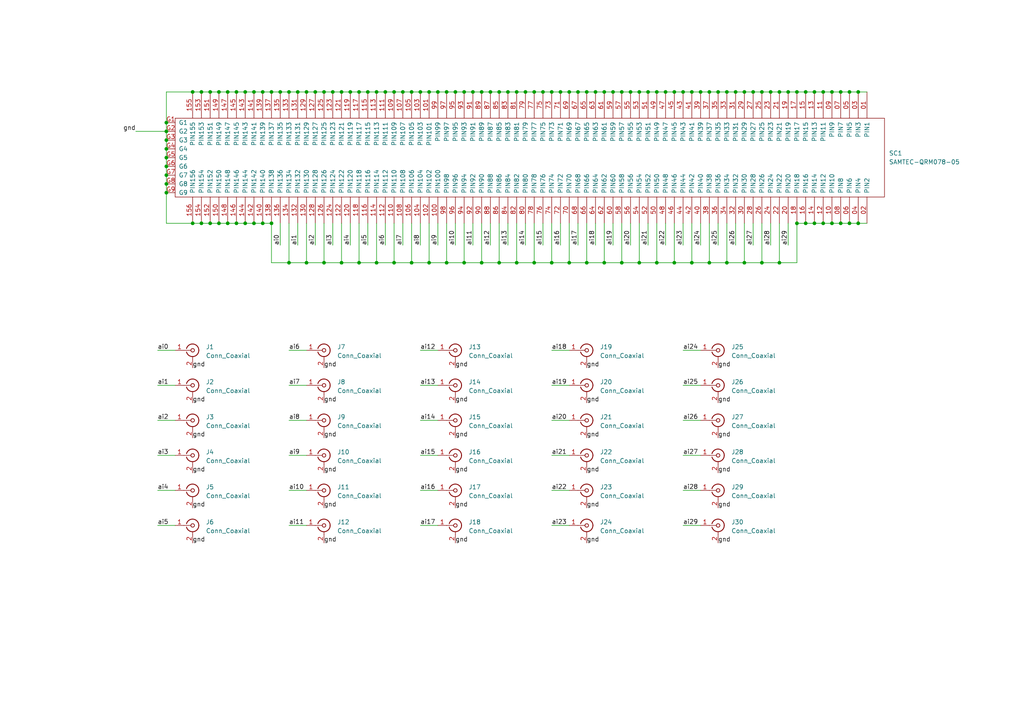
<source format=kicad_sch>
(kicad_sch (version 20230121) (generator eeschema)
  (paper "A4")
  (lib_symbols
    (symbol "Connector:Conn_Coaxial" (pin_names (offset 1.016) hide)
      (property "Reference" "J" (at 0.254 3.048 0))
      (property "Value" "Conn_Coaxial" (at 2.921 0 90))
      (symbol "Conn_Coaxial_0_1"
        (arc (start -1.778 -0.508) (mid 0.2311 -1.8066) (end 1.778 0) (stroke (width 0.254)))
        (polyline (pts (xy -2.54 0) (xy -0.508 0)))
        (polyline (pts (xy 0 -2.54) (xy 0 -1.778)))
        (circle (center 0 0) (radius 0.508) (stroke (width 0.2032)))
        (arc (start 1.778 0) (mid 0.2099 1.8101) (end -1.778 0.508) (stroke (width 0.254)))
      )
      (symbol "Conn_Coaxial_1_1"
        (pin passive line (at -5.08 0 0) (length 2.54) (name "In") (number "1"))
        (pin passive line (at 0 -5.08 90) (length 2.54) (name "Ext") (number "2"))
      )
    )
    (symbol "samtec-qrm078-05:SAMTEC-QRM078-05" (pin_names (offset 1.016))
      (property "Reference" "SC" (at 0 -5.08 0))
      (property "Value" "SAMTEC-QRM078-05" (at 0 2.54 0))
      (symbol "SAMTEC-QRM078-05_1_0"
        (rectangle (start -11.43 -102.87) (end 11.43 102.87))
      )
      (symbol "SAMTEC-QRM078-05_1_1"
        (pin input line (at -19.05 97.79 0) (length 7.62) (name "PIN1") (number "01"))
        (pin input line (at 19.05 97.79 180) (length 7.62) (name "PIN2") (number "02"))
        (pin input line (at -19.05 95.25 0) (length 7.62) (name "PIN3") (number "03"))
        (pin input line (at 19.05 95.25 180) (length 7.62) (name "PIN4") (number "04"))
        (pin input line (at -19.05 92.71 0) (length 7.62) (name "PIN5") (number "05"))
        (pin input line (at 19.05 92.71 180) (length 7.62) (name "PIN6") (number "06"))
        (pin input line (at -19.05 90.17 0) (length 7.62) (name "PIN7") (number "07"))
        (pin input line (at 19.05 90.17 180) (length 7.62) (name "PIN8") (number "08"))
        (pin input line (at -19.05 87.63 0) (length 7.62) (name "PIN9") (number "09"))
        (pin input line (at 19.05 87.63 180) (length 7.62) (name "PIN10") (number "10"))
        (pin input line (at 19.05 -26.67 180) (length 7.62) (name "PIN100") (number "100"))
        (pin input line (at -19.05 -29.21 0) (length 7.62) (name "PIN101") (number "101"))
        (pin input line (at 19.05 -29.21 180) (length 7.62) (name "PIN102") (number "102"))
        (pin input line (at -19.05 -31.75 0) (length 7.62) (name "PIN103") (number "103"))
        (pin input line (at 19.05 -31.75 180) (length 7.62) (name "PIN104") (number "104"))
        (pin input line (at -19.05 -34.29 0) (length 7.62) (name "PIN105") (number "105"))
        (pin input line (at 19.05 -34.29 180) (length 7.62) (name "PIN106") (number "106"))
        (pin input line (at -19.05 -36.83 0) (length 7.62) (name "PIN107") (number "107"))
        (pin input line (at 19.05 -36.83 180) (length 7.62) (name "PIN108") (number "108"))
        (pin input line (at -19.05 -39.37 0) (length 7.62) (name "PIN109") (number "109"))
        (pin input line (at -19.05 85.09 0) (length 7.62) (name "PIN11") (number "11"))
        (pin input line (at 19.05 -39.37 180) (length 7.62) (name "PIN110") (number "110"))
        (pin input line (at -19.05 -41.91 0) (length 7.62) (name "PIN111") (number "111"))
        (pin input line (at 19.05 -41.91 180) (length 7.62) (name "PIN112") (number "112"))
        (pin input line (at -19.05 -44.45 0) (length 7.62) (name "PIN113") (number "113"))
        (pin input line (at 19.05 -44.45 180) (length 7.62) (name "PIN114") (number "114"))
        (pin input line (at -19.05 -46.99 0) (length 7.62) (name "PIN115") (number "115"))
        (pin input line (at 19.05 -46.99 180) (length 7.62) (name "PIN116") (number "116"))
        (pin input line (at -19.05 -49.53 0) (length 7.62) (name "PIN117") (number "117"))
        (pin input line (at 19.05 -49.53 180) (length 7.62) (name "PIN118") (number "118"))
        (pin input line (at -19.05 -52.07 0) (length 7.62) (name "PIN119") (number "119"))
        (pin input line (at 19.05 85.09 180) (length 7.62) (name "PIN12") (number "12"))
        (pin input line (at 19.05 -52.07 180) (length 7.62) (name "PIN120") (number "120"))
        (pin input line (at -19.05 -54.61 0) (length 7.62) (name "PIN121") (number "121"))
        (pin input line (at 19.05 -54.61 180) (length 7.62) (name "PIN122") (number "122"))
        (pin input line (at -19.05 -57.15 0) (length 7.62) (name "PIN123") (number "123"))
        (pin input line (at 19.05 -57.15 180) (length 7.62) (name "PIN124") (number "124"))
        (pin input line (at -19.05 -59.69 0) (length 7.62) (name "PIN125") (number "125"))
        (pin input line (at 19.05 -59.69 180) (length 7.62) (name "PIN126") (number "126"))
        (pin input line (at -19.05 -62.23 0) (length 7.62) (name "PIN127") (number "127"))
        (pin input line (at 19.05 -62.23 180) (length 7.62) (name "PIN128") (number "128"))
        (pin input line (at -19.05 -64.77 0) (length 7.62) (name "PIN129") (number "129"))
        (pin input line (at -19.05 82.55 0) (length 7.62) (name "PIN13") (number "13"))
        (pin input line (at 19.05 -64.77 180) (length 7.62) (name "PIN130") (number "130"))
        (pin input line (at -19.05 -67.31 0) (length 7.62) (name "PIN131") (number "131"))
        (pin input line (at 19.05 -67.31 180) (length 7.62) (name "PIN132") (number "132"))
        (pin input line (at -19.05 -69.85 0) (length 7.62) (name "PIN133") (number "133"))
        (pin input line (at 19.05 -69.85 180) (length 7.62) (name "PIN134") (number "134"))
        (pin input line (at -19.05 -72.39 0) (length 7.62) (name "PIN135") (number "135"))
        (pin input line (at 19.05 -72.39 180) (length 7.62) (name "PIN136") (number "136"))
        (pin input line (at -19.05 -74.93 0) (length 7.62) (name "PIN137") (number "137"))
        (pin input line (at 19.05 -74.93 180) (length 7.62) (name "PIN138") (number "138"))
        (pin input line (at -19.05 -77.47 0) (length 7.62) (name "PIN139") (number "139"))
        (pin input line (at 19.05 82.55 180) (length 7.62) (name "PIN14") (number "14"))
        (pin input line (at 19.05 -77.47 180) (length 7.62) (name "PIN140") (number "140"))
        (pin input line (at -19.05 -80.01 0) (length 7.62) (name "PIN141") (number "141"))
        (pin input line (at 19.05 -80.01 180) (length 7.62) (name "PIN142") (number "142"))
        (pin input line (at -19.05 -82.55 0) (length 7.62) (name "PIN143") (number "143"))
        (pin input line (at 19.05 -82.55 180) (length 7.62) (name "PIN144") (number "144"))
        (pin input line (at -19.05 -85.09 0) (length 7.62) (name "PIN145") (number "145"))
        (pin input line (at 19.05 -85.09 180) (length 7.62) (name "PIN146") (number "146"))
        (pin input line (at -19.05 -87.63 0) (length 7.62) (name "PIN147") (number "147"))
        (pin input line (at 19.05 -87.63 180) (length 7.62) (name "PIN148") (number "148"))
        (pin input line (at -19.05 -90.17 0) (length 7.62) (name "PIN149") (number "149"))
        (pin input line (at -19.05 80.01 0) (length 7.62) (name "PIN15") (number "15"))
        (pin input line (at 19.05 -90.17 180) (length 7.62) (name "PIN150") (number "150"))
        (pin input line (at -19.05 -92.71 0) (length 7.62) (name "PIN151") (number "151"))
        (pin input line (at 19.05 -92.71 180) (length 7.62) (name "PIN152") (number "152"))
        (pin input line (at -19.05 -95.25 0) (length 7.62) (name "PIN153") (number "153"))
        (pin input line (at 19.05 -95.25 180) (length 7.62) (name "PIN154") (number "154"))
        (pin input line (at -19.05 -97.79 0) (length 7.62) (name "PIN155") (number "155"))
        (pin input line (at 19.05 -97.79 180) (length 7.62) (name "PIN156") (number "156"))
        (pin input line (at 19.05 80.01 180) (length 7.62) (name "PIN16") (number "16"))
        (pin input line (at -19.05 77.47 0) (length 7.62) (name "PIN17") (number "17"))
        (pin input line (at 19.05 77.47 180) (length 7.62) (name "PIN18") (number "18"))
        (pin input line (at -19.05 74.93 0) (length 7.62) (name "PIN19") (number "19"))
        (pin input line (at 19.05 74.93 180) (length 7.62) (name "PIN20") (number "20"))
        (pin input line (at -19.05 72.39 0) (length 7.62) (name "PIN21") (number "21"))
        (pin input line (at 19.05 72.39 180) (length 7.62) (name "PIN22") (number "22"))
        (pin input line (at -19.05 69.85 0) (length 7.62) (name "PIN23") (number "23"))
        (pin input line (at 19.05 69.85 180) (length 7.62) (name "PIN24") (number "24"))
        (pin input line (at -19.05 67.31 0) (length 7.62) (name "PIN25") (number "25"))
        (pin input line (at 19.05 67.31 180) (length 7.62) (name "PIN26") (number "26"))
        (pin input line (at -19.05 64.77 0) (length 7.62) (name "PIN27") (number "27"))
        (pin input line (at 19.05 64.77 180) (length 7.62) (name "PIN28") (number "28"))
        (pin input line (at -19.05 62.23 0) (length 7.62) (name "PIN29") (number "29"))
        (pin input line (at 19.05 62.23 180) (length 7.62) (name "PIN30") (number "30"))
        (pin input line (at -19.05 59.69 0) (length 7.62) (name "PIN31") (number "31"))
        (pin input line (at 19.05 59.69 180) (length 7.62) (name "PIN32") (number "32"))
        (pin input line (at -19.05 57.15 0) (length 7.62) (name "PIN33") (number "33"))
        (pin input line (at 19.05 57.15 180) (length 7.62) (name "PIN34") (number "34"))
        (pin input line (at -19.05 54.61 0) (length 7.62) (name "PIN35") (number "35"))
        (pin input line (at 19.05 54.61 180) (length 7.62) (name "PIN36") (number "36"))
        (pin input line (at -19.05 52.07 0) (length 7.62) (name "PIN37") (number "37"))
        (pin input line (at 19.05 52.07 180) (length 7.62) (name "PIN38") (number "38"))
        (pin input line (at -19.05 49.53 0) (length 7.62) (name "PIN39") (number "39"))
        (pin input line (at 19.05 49.53 180) (length 7.62) (name "PIN40") (number "40"))
        (pin input line (at -19.05 46.99 0) (length 7.62) (name "PIN41") (number "41"))
        (pin input line (at 19.05 46.99 180) (length 7.62) (name "PIN42") (number "42"))
        (pin input line (at -19.05 44.45 0) (length 7.62) (name "PIN43") (number "43"))
        (pin input line (at 19.05 44.45 180) (length 7.62) (name "PIN44") (number "44"))
        (pin input line (at -19.05 41.91 0) (length 7.62) (name "PIN45") (number "45"))
        (pin input line (at 19.05 41.91 180) (length 7.62) (name "PIN46") (number "46"))
        (pin input line (at -19.05 39.37 0) (length 7.62) (name "PIN47") (number "47"))
        (pin input line (at 19.05 39.37 180) (length 7.62) (name "PIN48") (number "48"))
        (pin input line (at -19.05 36.83 0) (length 7.62) (name "PIN49") (number "49"))
        (pin input line (at 19.05 36.83 180) (length 7.62) (name "PIN50") (number "50"))
        (pin input line (at -19.05 34.29 0) (length 7.62) (name "PIN51") (number "51"))
        (pin input line (at 19.05 34.29 180) (length 7.62) (name "PIN52") (number "52"))
        (pin input line (at -19.05 31.75 0) (length 7.62) (name "PIN53") (number "53"))
        (pin input line (at 19.05 31.75 180) (length 7.62) (name "PIN54") (number "54"))
        (pin input line (at -19.05 29.21 0) (length 7.62) (name "PIN55") (number "55"))
        (pin input line (at 19.05 29.21 180) (length 7.62) (name "PIN56") (number "56"))
        (pin input line (at -19.05 26.67 0) (length 7.62) (name "PIN57") (number "57"))
        (pin input line (at 19.05 26.67 180) (length 7.62) (name "PIN58") (number "58"))
        (pin input line (at -19.05 24.13 0) (length 7.62) (name "PIN59") (number "59"))
        (pin input line (at 19.05 24.13 180) (length 7.62) (name "PIN60") (number "60"))
        (pin input line (at -19.05 21.59 0) (length 7.62) (name "PIN61") (number "61"))
        (pin input line (at 19.05 21.59 180) (length 7.62) (name "PIN62") (number "62"))
        (pin input line (at -19.05 19.05 0) (length 7.62) (name "PIN63") (number "63"))
        (pin input line (at 19.05 19.05 180) (length 7.62) (name "PIN64") (number "64"))
        (pin input line (at -19.05 16.51 0) (length 7.62) (name "PIN65") (number "65"))
        (pin input line (at 19.05 16.51 180) (length 7.62) (name "PIN66") (number "66"))
        (pin input line (at -19.05 13.97 0) (length 7.62) (name "PIN67") (number "67"))
        (pin input line (at 19.05 13.97 180) (length 7.62) (name "PIN68") (number "68"))
        (pin input line (at -19.05 11.43 0) (length 7.62) (name "PIN69") (number "69"))
        (pin input line (at 19.05 11.43 180) (length 7.62) (name "PIN70") (number "70"))
        (pin input line (at -19.05 8.89 0) (length 7.62) (name "PIN71") (number "71"))
        (pin input line (at 19.05 8.89 180) (length 7.62) (name "PIN72") (number "72"))
        (pin input line (at -19.05 6.35 0) (length 7.62) (name "PIN73") (number "73"))
        (pin input line (at 19.05 6.35 180) (length 7.62) (name "PIN74") (number "74"))
        (pin input line (at -19.05 3.81 0) (length 7.62) (name "PIN75") (number "75"))
        (pin input line (at 19.05 3.81 180) (length 7.62) (name "PIN76") (number "76"))
        (pin input line (at -19.05 1.27 0) (length 7.62) (name "PIN77") (number "77"))
        (pin input line (at 19.05 1.27 180) (length 7.62) (name "PIN78") (number "78"))
        (pin input line (at -19.05 -1.27 0) (length 7.62) (name "PIN79") (number "79"))
        (pin input line (at 19.05 -1.27 180) (length 7.62) (name "PIN80") (number "80"))
        (pin input line (at -19.05 -3.81 0) (length 7.62) (name "PIN81") (number "81"))
        (pin input line (at 19.05 -3.81 180) (length 7.62) (name "PIN82") (number "82"))
        (pin input line (at -19.05 -6.35 0) (length 7.62) (name "PIN83") (number "83"))
        (pin input line (at 19.05 -6.35 180) (length 7.62) (name "PIN84") (number "84"))
        (pin input line (at -19.05 -8.89 0) (length 7.62) (name "PIN85") (number "85"))
        (pin input line (at 19.05 -8.89 180) (length 7.62) (name "PIN86") (number "86"))
        (pin input line (at -19.05 -11.43 0) (length 7.62) (name "PIN87") (number "87"))
        (pin input line (at 19.05 -11.43 180) (length 7.62) (name "PIN88") (number "88"))
        (pin input line (at -19.05 -13.97 0) (length 7.62) (name "PIN89") (number "89"))
        (pin input line (at 19.05 -13.97 180) (length 7.62) (name "PIN90") (number "90"))
        (pin input line (at -19.05 -16.51 0) (length 7.62) (name "PIN91") (number "91"))
        (pin input line (at 19.05 -16.51 180) (length 7.62) (name "PIN92") (number "92"))
        (pin input line (at -19.05 -19.05 0) (length 7.62) (name "PIN93") (number "93"))
        (pin input line (at 19.05 -19.05 180) (length 7.62) (name "PIN94") (number "94"))
        (pin input line (at -19.05 -21.59 0) (length 7.62) (name "PIN95") (number "95"))
        (pin input line (at 19.05 -21.59 180) (length 7.62) (name "PIN96") (number "96"))
        (pin input line (at -19.05 -24.13 0) (length 7.62) (name "PIN97") (number "97"))
        (pin input line (at 19.05 -24.13 180) (length 7.62) (name "PIN98") (number "98"))
        (pin input line (at -19.05 -26.67 0) (length 7.62) (name "PIN99") (number "99"))
        (pin input line (at -10.16 -105.41 90) (length 2.54) (name "G1") (number "G1"))
        (pin input line (at -7.62 -105.41 90) (length 2.54) (name "G2") (number "G2"))
        (pin input line (at -5.08 -105.41 90) (length 2.54) (name "G3") (number "G3"))
        (pin input line (at -2.54 -105.41 90) (length 2.54) (name "G4") (number "G4"))
        (pin input line (at 0 -105.41 90) (length 2.54) (name "G5") (number "G5"))
        (pin input line (at 2.54 -105.41 90) (length 2.54) (name "G6") (number "G6"))
        (pin input line (at 5.08 -105.41 90) (length 2.54) (name "G7") (number "G7"))
        (pin input line (at 7.62 -105.41 90) (length 2.54) (name "G8") (number "G8"))
        (pin input line (at 10.16 -105.41 90) (length 2.54) (name "G9") (number "G9"))
      )
    )
  )
  (junction (at 60.96 26.67))
  (junction (at 238.76 26.67))
  (junction (at 71.12 26.67))
  (junction (at 48.26 40.64))
  (junction (at 187.96 26.67))
  (junction (at 116.84 26.67))
  (junction (at 142.24 26.67))
  (junction (at 185.42 26.67))
  (junction (at 170.18 26.67))
  (junction (at 226.06 76.2))
  (junction (at 86.36 26.67))
  (junction (at 182.88 26.67))
  (junction (at 93.98 76.2))
  (junction (at 48.26 43.18))
  (junction (at 195.58 26.67))
  (junction (at 124.46 26.67))
  (junction (at 193.04 26.67))
  (junction (at 233.68 26.67))
  (junction (at 48.26 53.34))
  (junction (at 223.52 26.67))
  (junction (at 180.34 76.2))
  (junction (at 210.82 76.2))
  (junction (at 165.1 26.67))
  (junction (at 48.26 45.72))
  (junction (at 177.8 26.67))
  (junction (at 220.98 76.2))
  (junction (at 68.58 26.67))
  (junction (at 172.72 26.67))
  (junction (at 233.68 64.77))
  (junction (at 76.2 64.77))
  (junction (at 96.52 26.67))
  (junction (at 246.38 64.77))
  (junction (at 81.28 26.67))
  (junction (at 137.16 26.67))
  (junction (at 109.22 26.67))
  (junction (at 78.74 26.67))
  (junction (at 55.88 26.67))
  (junction (at 71.12 64.77))
  (junction (at 149.86 76.2))
  (junction (at 147.32 26.67))
  (junction (at 48.26 48.26))
  (junction (at 162.56 26.67))
  (junction (at 63.5 26.67))
  (junction (at 231.14 64.77))
  (junction (at 99.06 26.67))
  (junction (at 218.44 26.67))
  (junction (at 76.2 26.67))
  (junction (at 48.26 35.56))
  (junction (at 241.3 64.77))
  (junction (at 119.38 26.67))
  (junction (at 152.4 26.67))
  (junction (at 198.12 26.67))
  (junction (at 48.26 38.1))
  (junction (at 149.86 26.67))
  (junction (at 114.3 26.67))
  (junction (at 73.66 26.67))
  (junction (at 58.42 26.67))
  (junction (at 144.78 76.2))
  (junction (at 139.7 26.67))
  (junction (at 55.88 64.77))
  (junction (at 220.98 26.67))
  (junction (at 83.82 26.67))
  (junction (at 175.26 26.67))
  (junction (at 185.42 76.2))
  (junction (at 127 26.67))
  (junction (at 195.58 76.2))
  (junction (at 243.84 64.77))
  (junction (at 124.46 76.2))
  (junction (at 101.6 26.67))
  (junction (at 215.9 76.2))
  (junction (at 63.5 64.77))
  (junction (at 129.54 26.67))
  (junction (at 236.22 64.77))
  (junction (at 246.38 26.67))
  (junction (at 144.78 26.67))
  (junction (at 248.92 64.77))
  (junction (at 165.1 76.2))
  (junction (at 48.26 50.8))
  (junction (at 180.34 26.67))
  (junction (at 190.5 26.67))
  (junction (at 226.06 26.67))
  (junction (at 157.48 26.67))
  (junction (at 190.5 76.2))
  (junction (at 205.74 76.2))
  (junction (at 109.22 76.2))
  (junction (at 175.26 76.2))
  (junction (at 160.02 76.2))
  (junction (at 132.08 26.67))
  (junction (at 78.74 64.77))
  (junction (at 104.14 26.67))
  (junction (at 68.58 64.77))
  (junction (at 170.18 76.2))
  (junction (at 210.82 26.67))
  (junction (at 119.38 76.2))
  (junction (at 88.9 76.2))
  (junction (at 215.9 26.67))
  (junction (at 129.54 76.2))
  (junction (at 200.66 76.2))
  (junction (at 134.62 76.2))
  (junction (at 73.66 64.77))
  (junction (at 160.02 26.67))
  (junction (at 99.06 76.2))
  (junction (at 167.64 26.67))
  (junction (at 111.76 26.67))
  (junction (at 60.96 64.77))
  (junction (at 106.68 26.67))
  (junction (at 238.76 64.77))
  (junction (at 121.92 26.67))
  (junction (at 83.82 76.2))
  (junction (at 213.36 26.67))
  (junction (at 208.28 26.67))
  (junction (at 91.44 26.67))
  (junction (at 66.04 26.67))
  (junction (at 88.9 26.67))
  (junction (at 154.94 26.67))
  (junction (at 243.84 26.67))
  (junction (at 203.2 26.67))
  (junction (at 241.3 26.67))
  (junction (at 114.3 76.2))
  (junction (at 248.92 26.67))
  (junction (at 139.7 76.2))
  (junction (at 200.66 26.67))
  (junction (at 104.14 76.2))
  (junction (at 154.94 76.2))
  (junction (at 205.74 26.67))
  (junction (at 66.04 64.77))
  (junction (at 228.6 26.67))
  (junction (at 134.62 26.67))
  (junction (at 58.42 64.77))
  (junction (at 93.98 26.67))
  (junction (at 48.26 55.88))
  (junction (at 236.22 26.67))
  (junction (at 231.14 26.67))
  (wire (pts (xy 48.26 38.1) (xy 48.26 40.64)))
  (wire (pts (xy 134.62 76.2) (xy 129.54 76.2)))
  (wire (pts (xy 109.22 76.2) (xy 104.14 76.2)))
  (wire (pts (xy 127 26.67) (xy 124.46 26.67)))
  (wire (pts (xy 86.36 64.77) (xy 86.36 71.12)))
  (wire (pts (xy 231.14 76.2) (xy 226.06 76.2)))
  (wire (pts (xy 203.2 64.77) (xy 203.2 71.12)))
  (wire (pts (xy 198.12 64.77) (xy 198.12 71.12)))
  (wire (pts (xy 182.88 26.67) (xy 180.34 26.67)))
  (wire (pts (xy 220.98 64.77) (xy 220.98 76.2)))
  (wire (pts (xy 96.52 64.77) (xy 96.52 71.12)))
  (wire (pts (xy 198.12 132.08) (xy 203.2 132.08)))
  (wire (pts (xy 160.02 76.2) (xy 154.94 76.2)))
  (wire (pts (xy 83.82 76.2) (xy 78.74 76.2)))
  (wire (pts (xy 157.48 26.67) (xy 154.94 26.67)))
  (wire (pts (xy 147.32 26.67) (xy 144.78 26.67)))
  (wire (pts (xy 111.76 26.67) (xy 109.22 26.67)))
  (wire (pts (xy 93.98 76.2) (xy 88.9 76.2)))
  (wire (pts (xy 96.52 26.67) (xy 93.98 26.67)))
  (wire (pts (xy 39.37 38.1) (xy 48.26 38.1)))
  (wire (pts (xy 149.86 76.2) (xy 144.78 76.2)))
  (wire (pts (xy 231.14 64.77) (xy 233.68 64.77)))
  (wire (pts (xy 73.66 64.77) (xy 76.2 64.77)))
  (wire (pts (xy 45.72 132.08) (xy 50.8 132.08)))
  (wire (pts (xy 71.12 26.67) (xy 68.58 26.67)))
  (wire (pts (xy 195.58 76.2) (xy 190.5 76.2)))
  (wire (pts (xy 233.68 26.67) (xy 231.14 26.67)))
  (wire (pts (xy 93.98 64.77) (xy 93.98 76.2)))
  (wire (pts (xy 78.74 26.67) (xy 76.2 26.67)))
  (wire (pts (xy 73.66 26.67) (xy 71.12 26.67)))
  (wire (pts (xy 114.3 76.2) (xy 109.22 76.2)))
  (wire (pts (xy 119.38 26.67) (xy 116.84 26.67)))
  (wire (pts (xy 60.96 26.67) (xy 58.42 26.67)))
  (wire (pts (xy 114.3 64.77) (xy 114.3 76.2)))
  (wire (pts (xy 231.14 26.67) (xy 228.6 26.67)))
  (wire (pts (xy 83.82 121.92) (xy 88.9 121.92)))
  (wire (pts (xy 121.92 132.08) (xy 127 132.08)))
  (wire (pts (xy 124.46 64.77) (xy 124.46 76.2)))
  (wire (pts (xy 45.72 152.4) (xy 50.8 152.4)))
  (wire (pts (xy 248.92 64.77) (xy 251.46 64.77)))
  (wire (pts (xy 165.1 26.67) (xy 162.56 26.67)))
  (wire (pts (xy 121.92 142.24) (xy 127 142.24)))
  (wire (pts (xy 83.82 111.76) (xy 88.9 111.76)))
  (wire (pts (xy 66.04 26.67) (xy 63.5 26.67)))
  (wire (pts (xy 63.5 64.77) (xy 66.04 64.77)))
  (wire (pts (xy 55.88 64.77) (xy 58.42 64.77)))
  (wire (pts (xy 121.92 152.4) (xy 127 152.4)))
  (wire (pts (xy 185.42 76.2) (xy 180.34 76.2)))
  (wire (pts (xy 238.76 64.77) (xy 241.3 64.77)))
  (wire (pts (xy 160.02 121.92) (xy 165.1 121.92)))
  (wire (pts (xy 83.82 152.4) (xy 88.9 152.4)))
  (wire (pts (xy 121.92 111.76) (xy 127 111.76)))
  (wire (pts (xy 220.98 26.67) (xy 218.44 26.67)))
  (wire (pts (xy 68.58 64.77) (xy 71.12 64.77)))
  (wire (pts (xy 76.2 64.77) (xy 78.74 64.77)))
  (wire (pts (xy 152.4 64.77) (xy 152.4 71.12)))
  (wire (pts (xy 55.88 26.67) (xy 48.26 26.67)))
  (wire (pts (xy 66.04 64.77) (xy 68.58 64.77)))
  (wire (pts (xy 198.12 26.67) (xy 195.58 26.67)))
  (wire (pts (xy 210.82 26.67) (xy 208.28 26.67)))
  (wire (pts (xy 48.26 64.77) (xy 55.88 64.77)))
  (wire (pts (xy 48.26 48.26) (xy 48.26 50.8)))
  (wire (pts (xy 58.42 26.67) (xy 55.88 26.67)))
  (wire (pts (xy 180.34 26.67) (xy 177.8 26.67)))
  (wire (pts (xy 160.02 152.4) (xy 165.1 152.4)))
  (wire (pts (xy 190.5 76.2) (xy 185.42 76.2)))
  (wire (pts (xy 160.02 26.67) (xy 157.48 26.67)))
  (wire (pts (xy 132.08 64.77) (xy 132.08 71.12)))
  (wire (pts (xy 109.22 26.67) (xy 106.68 26.67)))
  (wire (pts (xy 223.52 64.77) (xy 223.52 71.12)))
  (wire (pts (xy 48.26 35.56) (xy 48.26 38.1)))
  (wire (pts (xy 83.82 101.6) (xy 88.9 101.6)))
  (wire (pts (xy 83.82 26.67) (xy 81.28 26.67)))
  (wire (pts (xy 142.24 64.77) (xy 142.24 71.12)))
  (wire (pts (xy 114.3 26.67) (xy 111.76 26.67)))
  (wire (pts (xy 91.44 26.67) (xy 88.9 26.67)))
  (wire (pts (xy 154.94 76.2) (xy 149.86 76.2)))
  (wire (pts (xy 134.62 26.67) (xy 132.08 26.67)))
  (wire (pts (xy 246.38 26.67) (xy 243.84 26.67)))
  (wire (pts (xy 71.12 64.77) (xy 73.66 64.77)))
  (wire (pts (xy 248.92 26.67) (xy 246.38 26.67)))
  (wire (pts (xy 218.44 26.67) (xy 215.9 26.67)))
  (wire (pts (xy 81.28 64.77) (xy 81.28 71.12)))
  (wire (pts (xy 116.84 64.77) (xy 116.84 71.12)))
  (wire (pts (xy 226.06 64.77) (xy 226.06 76.2)))
  (wire (pts (xy 205.74 26.67) (xy 203.2 26.67)))
  (wire (pts (xy 223.52 26.67) (xy 220.98 26.67)))
  (wire (pts (xy 162.56 26.67) (xy 160.02 26.67)))
  (wire (pts (xy 48.26 50.8) (xy 48.26 53.34)))
  (wire (pts (xy 205.74 76.2) (xy 200.66 76.2)))
  (wire (pts (xy 119.38 64.77) (xy 119.38 76.2)))
  (wire (pts (xy 180.34 76.2) (xy 175.26 76.2)))
  (wire (pts (xy 205.74 64.77) (xy 205.74 76.2)))
  (wire (pts (xy 160.02 64.77) (xy 160.02 76.2)))
  (wire (pts (xy 200.66 64.77) (xy 200.66 76.2)))
  (wire (pts (xy 45.72 142.24) (xy 50.8 142.24)))
  (wire (pts (xy 147.32 64.77) (xy 147.32 71.12)))
  (wire (pts (xy 99.06 76.2) (xy 93.98 76.2)))
  (wire (pts (xy 139.7 76.2) (xy 134.62 76.2)))
  (wire (pts (xy 48.26 53.34) (xy 48.26 55.88)))
  (wire (pts (xy 210.82 76.2) (xy 205.74 76.2)))
  (wire (pts (xy 203.2 26.67) (xy 200.66 26.67)))
  (wire (pts (xy 226.06 76.2) (xy 220.98 76.2)))
  (wire (pts (xy 170.18 26.67) (xy 167.64 26.67)))
  (wire (pts (xy 236.22 26.67) (xy 233.68 26.67)))
  (wire (pts (xy 167.64 64.77) (xy 167.64 71.12)))
  (wire (pts (xy 187.96 64.77) (xy 187.96 71.12)))
  (wire (pts (xy 180.34 64.77) (xy 180.34 76.2)))
  (wire (pts (xy 129.54 26.67) (xy 127 26.67)))
  (wire (pts (xy 99.06 64.77) (xy 99.06 76.2)))
  (wire (pts (xy 198.12 101.6) (xy 203.2 101.6)))
  (wire (pts (xy 177.8 64.77) (xy 177.8 71.12)))
  (wire (pts (xy 215.9 64.77) (xy 215.9 76.2)))
  (wire (pts (xy 139.7 26.67) (xy 137.16 26.67)))
  (wire (pts (xy 129.54 64.77) (xy 129.54 76.2)))
  (wire (pts (xy 109.22 64.77) (xy 109.22 76.2)))
  (wire (pts (xy 104.14 64.77) (xy 104.14 76.2)))
  (wire (pts (xy 160.02 142.24) (xy 165.1 142.24)))
  (wire (pts (xy 137.16 26.67) (xy 134.62 26.67)))
  (wire (pts (xy 165.1 76.2) (xy 160.02 76.2)))
  (wire (pts (xy 231.14 64.77) (xy 231.14 76.2)))
  (wire (pts (xy 76.2 26.67) (xy 73.66 26.67)))
  (wire (pts (xy 233.68 64.77) (xy 236.22 64.77)))
  (wire (pts (xy 175.26 64.77) (xy 175.26 76.2)))
  (wire (pts (xy 129.54 76.2) (xy 124.46 76.2)))
  (wire (pts (xy 213.36 26.67) (xy 210.82 26.67)))
  (wire (pts (xy 241.3 64.77) (xy 243.84 64.77)))
  (wire (pts (xy 142.24 26.67) (xy 139.7 26.67)))
  (wire (pts (xy 48.26 43.18) (xy 48.26 45.72)))
  (wire (pts (xy 228.6 64.77) (xy 228.6 71.12)))
  (wire (pts (xy 185.42 64.77) (xy 185.42 76.2)))
  (wire (pts (xy 160.02 132.08) (xy 165.1 132.08)))
  (wire (pts (xy 200.66 76.2) (xy 195.58 76.2)))
  (wire (pts (xy 226.06 26.67) (xy 223.52 26.67)))
  (wire (pts (xy 139.7 64.77) (xy 139.7 76.2)))
  (wire (pts (xy 243.84 26.67) (xy 241.3 26.67)))
  (wire (pts (xy 78.74 64.77) (xy 78.74 76.2)))
  (wire (pts (xy 149.86 64.77) (xy 149.86 76.2)))
  (wire (pts (xy 132.08 26.67) (xy 129.54 26.67)))
  (wire (pts (xy 167.64 26.67) (xy 165.1 26.67)))
  (wire (pts (xy 251.46 26.67) (xy 248.92 26.67)))
  (wire (pts (xy 228.6 26.67) (xy 226.06 26.67)))
  (wire (pts (xy 190.5 64.77) (xy 190.5 76.2)))
  (wire (pts (xy 48.26 26.67) (xy 48.26 35.56)))
  (wire (pts (xy 45.72 101.6) (xy 50.8 101.6)))
  (wire (pts (xy 185.42 26.67) (xy 182.88 26.67)))
  (wire (pts (xy 236.22 64.77) (xy 238.76 64.77)))
  (wire (pts (xy 121.92 64.77) (xy 121.92 71.12)))
  (wire (pts (xy 45.72 121.92) (xy 50.8 121.92)))
  (wire (pts (xy 213.36 64.77) (xy 213.36 71.12)))
  (wire (pts (xy 165.1 64.77) (xy 165.1 76.2)))
  (wire (pts (xy 45.72 111.76) (xy 50.8 111.76)))
  (wire (pts (xy 144.78 26.67) (xy 142.24 26.67)))
  (wire (pts (xy 162.56 64.77) (xy 162.56 71.12)))
  (wire (pts (xy 134.62 64.77) (xy 134.62 76.2)))
  (wire (pts (xy 144.78 64.77) (xy 144.78 76.2)))
  (wire (pts (xy 154.94 26.67) (xy 152.4 26.67)))
  (wire (pts (xy 93.98 26.67) (xy 91.44 26.67)))
  (wire (pts (xy 246.38 64.77) (xy 248.92 64.77)))
  (wire (pts (xy 218.44 64.77) (xy 218.44 71.12)))
  (wire (pts (xy 121.92 26.67) (xy 119.38 26.67)))
  (wire (pts (xy 172.72 26.67) (xy 170.18 26.67)))
  (wire (pts (xy 119.38 76.2) (xy 114.3 76.2)))
  (wire (pts (xy 63.5 26.67) (xy 60.96 26.67)))
  (wire (pts (xy 60.96 64.77) (xy 63.5 64.77)))
  (wire (pts (xy 220.98 76.2) (xy 215.9 76.2)))
  (wire (pts (xy 154.94 64.77) (xy 154.94 76.2)))
  (wire (pts (xy 101.6 64.77) (xy 101.6 71.12)))
  (wire (pts (xy 208.28 26.67) (xy 205.74 26.67)))
  (wire (pts (xy 124.46 76.2) (xy 119.38 76.2)))
  (wire (pts (xy 101.6 26.67) (xy 99.06 26.67)))
  (wire (pts (xy 238.76 26.67) (xy 236.22 26.67)))
  (wire (pts (xy 215.9 26.67) (xy 213.36 26.67)))
  (wire (pts (xy 88.9 26.67) (xy 86.36 26.67)))
  (wire (pts (xy 193.04 64.77) (xy 193.04 71.12)))
  (wire (pts (xy 208.28 64.77) (xy 208.28 71.12)))
  (wire (pts (xy 198.12 111.76) (xy 203.2 111.76)))
  (wire (pts (xy 83.82 132.08) (xy 88.9 132.08)))
  (wire (pts (xy 149.86 26.67) (xy 147.32 26.67)))
  (wire (pts (xy 195.58 64.77) (xy 195.58 76.2)))
  (wire (pts (xy 195.58 26.67) (xy 193.04 26.67)))
  (wire (pts (xy 190.5 26.67) (xy 187.96 26.67)))
  (wire (pts (xy 198.12 121.92) (xy 203.2 121.92)))
  (wire (pts (xy 177.8 26.67) (xy 175.26 26.67)))
  (wire (pts (xy 83.82 142.24) (xy 88.9 142.24)))
  (wire (pts (xy 157.48 64.77) (xy 157.48 71.12)))
  (wire (pts (xy 198.12 152.4) (xy 203.2 152.4)))
  (wire (pts (xy 58.42 64.77) (xy 60.96 64.77)))
  (wire (pts (xy 48.26 45.72) (xy 48.26 48.26)))
  (wire (pts (xy 88.9 76.2) (xy 83.82 76.2)))
  (wire (pts (xy 81.28 26.67) (xy 78.74 26.67)))
  (wire (pts (xy 187.96 26.67) (xy 185.42 26.67)))
  (wire (pts (xy 91.44 64.77) (xy 91.44 71.12)))
  (wire (pts (xy 160.02 111.76) (xy 165.1 111.76)))
  (wire (pts (xy 175.26 76.2) (xy 170.18 76.2)))
  (wire (pts (xy 106.68 26.67) (xy 104.14 26.67)))
  (wire (pts (xy 137.16 64.77) (xy 137.16 71.12)))
  (wire (pts (xy 99.06 26.67) (xy 96.52 26.67)))
  (wire (pts (xy 121.92 121.92) (xy 127 121.92)))
  (wire (pts (xy 48.26 55.88) (xy 48.26 64.77)))
  (wire (pts (xy 104.14 76.2) (xy 99.06 76.2)))
  (wire (pts (xy 152.4 26.67) (xy 149.86 26.67)))
  (wire (pts (xy 104.14 26.67) (xy 101.6 26.67)))
  (wire (pts (xy 83.82 64.77) (xy 83.82 76.2)))
  (wire (pts (xy 88.9 64.77) (xy 88.9 76.2)))
  (wire (pts (xy 182.88 64.77) (xy 182.88 71.12)))
  (wire (pts (xy 170.18 76.2) (xy 165.1 76.2)))
  (wire (pts (xy 193.04 26.67) (xy 190.5 26.67)))
  (wire (pts (xy 48.26 40.64) (xy 48.26 43.18)))
  (wire (pts (xy 243.84 64.77) (xy 246.38 64.77)))
  (wire (pts (xy 124.46 26.67) (xy 121.92 26.67)))
  (wire (pts (xy 160.02 101.6) (xy 165.1 101.6)))
  (wire (pts (xy 215.9 76.2) (xy 210.82 76.2)))
  (wire (pts (xy 68.58 26.67) (xy 66.04 26.67)))
  (wire (pts (xy 172.72 64.77) (xy 172.72 71.12)))
  (wire (pts (xy 127 64.77) (xy 127 71.12)))
  (wire (pts (xy 210.82 64.77) (xy 210.82 76.2)))
  (wire (pts (xy 86.36 26.67) (xy 83.82 26.67)))
  (wire (pts (xy 116.84 26.67) (xy 114.3 26.67)))
  (wire (pts (xy 200.66 26.67) (xy 198.12 26.67)))
  (wire (pts (xy 198.12 142.24) (xy 203.2 142.24)))
  (wire (pts (xy 170.18 64.77) (xy 170.18 76.2)))
  (wire (pts (xy 121.92 101.6) (xy 127 101.6)))
  (wire (pts (xy 106.68 64.77) (xy 106.68 71.12)))
  (wire (pts (xy 175.26 26.67) (xy 172.72 26.67)))
  (wire (pts (xy 111.76 64.77) (xy 111.76 71.12)))
  (wire (pts (xy 241.3 26.67) (xy 238.76 26.67)))
  (wire (pts (xy 144.78 76.2) (xy 139.7 76.2)))
  (label "ai23" (at 160.02 152.4 0))
  (label "gnd" (at 208.28 127 0))
  (label "gnd" (at 93.98 127 0))
  (label "gnd" (at 55.88 147.32 0))
  (label "ai29" (at 228.6 71.12 90))
  (label "gnd" (at 208.28 106.68 0))
  (label "ai9" (at 83.82 132.08 0))
  (label "gnd" (at 55.88 106.68 0))
  (label "ai4" (at 101.6 71.12 90))
  (label "ai21" (at 187.96 71.12 90))
  (label "gnd" (at 132.08 116.84 0))
  (label "gnd" (at 170.18 116.84 0))
  (label "gnd" (at 93.98 157.48 0))
  (label "ai21" (at 160.02 132.08 0))
  (label "gnd" (at 93.98 116.84 0))
  (label "gnd" (at 55.88 137.16 0))
  (label "gnd" (at 132.08 106.68 0))
  (label "gnd" (at 93.98 106.68 0))
  (label "gnd" (at 208.28 116.84 0))
  (label "ai8" (at 121.92 71.12 90))
  (label "gnd" (at 39.37 38.1 180))
  (label "ai6" (at 83.82 101.6 0))
  (label "ai14" (at 152.4 71.12 90))
  (label "gnd" (at 170.18 137.16 0))
  (label "ai6" (at 111.76 71.12 90))
  (label "ai24" (at 203.2 71.12 90))
  (label "gnd" (at 208.28 157.48 0))
  (label "gnd" (at 132.08 157.48 0))
  (label "ai15" (at 157.48 71.12 90))
  (label "gnd" (at 55.88 157.48 0))
  (label "ai26" (at 213.36 71.12 90))
  (label "gnd" (at 170.18 106.68 0))
  (label "ai4" (at 45.72 142.24 0))
  (label "ai17" (at 167.64 71.12 90))
  (label "ai16" (at 121.92 142.24 0))
  (label "ai0" (at 81.28 71.12 90))
  (label "ai9" (at 127 71.12 90))
  (label "gnd" (at 132.08 147.32 0))
  (label "gnd" (at 208.28 137.16 0))
  (label "ai22" (at 193.04 71.12 90))
  (label "ai11" (at 83.82 152.4 0))
  (label "gnd" (at 132.08 127 0))
  (label "gnd" (at 170.18 147.32 0))
  (label "ai7" (at 83.82 111.76 0))
  (label "ai26" (at 198.12 121.92 0))
  (label "gnd" (at 93.98 137.16 0))
  (label "gnd" (at 170.18 157.48 0))
  (label "ai22" (at 160.02 142.24 0))
  (label "gnd" (at 55.88 127 0))
  (label "ai20" (at 160.02 121.92 0))
  (label "ai12" (at 142.24 71.12 90))
  (label "ai28" (at 223.52 71.12 90))
  (label "ai14" (at 121.92 121.92 0))
  (label "ai25" (at 198.12 111.76 0))
  (label "gnd" (at 55.88 116.84 0))
  (label "ai20" (at 182.88 71.12 90))
  (label "ai8" (at 83.82 121.92 0))
  (label "ai28" (at 198.12 142.24 0))
  (label "ai13" (at 121.92 111.76 0))
  (label "ai27" (at 218.44 71.12 90))
  (label "ai1" (at 86.36 71.12 90))
  (label "ai10" (at 132.08 71.12 90))
  (label "ai19" (at 177.8 71.12 90))
  (label "ai17" (at 121.92 152.4 0))
  (label "ai5" (at 106.68 71.12 90))
  (label "ai7" (at 116.84 71.12 90))
  (label "ai27" (at 198.12 132.08 0))
  (label "ai12" (at 121.92 101.6 0))
  (label "ai3" (at 45.72 132.08 0))
  (label "ai19" (at 160.02 111.76 0))
  (label "ai5" (at 45.72 152.4 0))
  (label "ai11" (at 137.16 71.12 90))
  (label "gnd" (at 93.98 147.32 0))
  (label "ai15" (at 121.92 132.08 0))
  (label "gnd" (at 132.08 137.16 0))
  (label "ai13" (at 147.32 71.12 90))
  (label "ai0" (at 45.72 101.6 0))
  (label "ai24" (at 198.12 101.6 0))
  (label "gnd" (at 208.28 147.32 0))
  (label "ai2" (at 91.44 71.12 90))
  (label "ai23" (at 198.12 71.12 90))
  (label "ai10" (at 83.82 142.24 0))
  (label "ai16" (at 162.56 71.12 90))
  (label "ai25" (at 208.28 71.12 90))
  (label "ai3" (at 96.52 71.12 90))
  (label "ai2" (at 45.72 121.92 0))
  (label "gnd" (at 170.18 127 0))
  (label "ai18" (at 172.72 71.12 90))
  (label "ai18" (at 160.02 101.6 0))
  (label "ai1" (at 45.72 111.76 0))
  (label "ai29" (at 198.12 152.4 0))
  (symbol (lib_id "Connector:Conn_Coaxial") (at 132.08 132.08 0) (unit 1)
    (property "Reference" "J16" (at 135.89 131.1032 0) (effects (justify left)))
    (property "Value" "Conn_Coaxial" (at 135.89 133.6432 0) (effects (justify left)))
    (property "Footprint" "Connector_Coaxial:SMA_Amphenol_132134_Vertical" (effects hide))
    (property "Datasheet" " ~" (effects hide))
  )
  (symbol (lib_id "Connector:Conn_Coaxial") (at 93.98 152.4 0) (unit 1)
    (property "Reference" "J12" (at 97.79 151.4232 0) (effects (justify left)))
    (property "Value" "Conn_Coaxial" (at 97.79 153.9632 0) (effects (justify left)))
    (property "Footprint" "Connector_Coaxial:SMA_Amphenol_132134_Vertical" (effects hide))
    (property "Datasheet" " ~" (effects hide))
  )
  (symbol (lib_id "Connector:Conn_Coaxial") (at 55.88 121.92 0) (unit 1)
    (property "Reference" "J3" (at 59.69 120.9432 0) (effects (justify left)))
    (property "Value" "Conn_Coaxial" (at 59.69 123.4832 0) (effects (justify left)))
    (property "Footprint" "Connector_Coaxial:SMA_Amphenol_132134_Vertical" (effects hide))
    (property "Datasheet" " ~" (effects hide))
  )
  (symbol (lib_id "Connector:Conn_Coaxial") (at 55.88 132.08 0) (unit 1)
    (property "Reference" "J4" (at 59.69 131.1032 0) (effects (justify left)))
    (property "Value" "Conn_Coaxial" (at 59.69 133.6432 0) (effects (justify left)))
    (property "Footprint" "Connector_Coaxial:SMA_Amphenol_132134_Vertical" (effects hide))
    (property "Datasheet" " ~" (effects hide))
  )
  (symbol (lib_id "Connector:Conn_Coaxial") (at 132.08 152.4 0) (unit 1)
    (property "Reference" "J18" (at 135.89 151.4232 0) (effects (justify left)))
    (property "Value" "Conn_Coaxial" (at 135.89 153.9632 0) (effects (justify left)))
    (property "Footprint" "Connector_Coaxial:SMA_Amphenol_132134_Vertical" (effects hide))
    (property "Datasheet" " ~" (effects hide))
  )
  (symbol (lib_id "Connector:Conn_Coaxial") (at 208.28 142.24 0) (unit 1)
    (property "Reference" "J29" (at 212.09 141.2632 0) (effects (justify left)))
    (property "Value" "Conn_Coaxial" (at 212.09 143.8032 0) (effects (justify left)))
    (property "Footprint" "Connector_Coaxial:SMA_Amphenol_132134_Vertical" (effects hide))
    (property "Datasheet" " ~" (effects hide))
  )
  (symbol (lib_id "Connector:Conn_Coaxial") (at 170.18 121.92 0) (unit 1)
    (property "Reference" "J21" (at 173.99 120.9432 0) (effects (justify left)))
    (property "Value" "Conn_Coaxial" (at 173.99 123.4832 0) (effects (justify left)))
    (property "Footprint" "Connector_Coaxial:SMA_Amphenol_132134_Vertical" (effects hide))
    (property "Datasheet" " ~" (effects hide))
  )
  (symbol (lib_id "Connector:Conn_Coaxial") (at 208.28 121.92 0) (unit 1)
    (property "Reference" "J27" (at 212.09 120.9432 0) (effects (justify left)))
    (property "Value" "Conn_Coaxial" (at 212.09 123.4832 0) (effects (justify left)))
    (property "Footprint" "Connector_Coaxial:SMA_Amphenol_132134_Vertical" (effects hide))
    (property "Datasheet" " ~" (effects hide))
  )
  (symbol (lib_id "Connector:Conn_Coaxial") (at 55.88 142.24 0) (unit 1)
    (property "Reference" "J5" (at 59.69 141.2632 0) (effects (justify left)))
    (property "Value" "Conn_Coaxial" (at 59.69 143.8032 0) (effects (justify left)))
    (property "Footprint" "Connector_Coaxial:SMA_Amphenol_132134_Vertical" (effects hide))
    (property "Datasheet" " ~" (effects hide))
  )
  (symbol (lib_id "Connector:Conn_Coaxial") (at 55.88 101.6 0) (unit 1)
    (property "Reference" "J1" (at 59.69 100.6232 0) (effects (justify left)))
    (property "Value" "Conn_Coaxial" (at 59.69 103.1632 0) (effects (justify left)))
    (property "Footprint" "Connector_Coaxial:SMA_Amphenol_132134_Vertical" (effects hide))
    (property "Datasheet" " ~" (effects hide))
  )
  (symbol (lib_id "Connector:Conn_Coaxial") (at 208.28 152.4 0) (unit 1)
    (property "Reference" "J30" (at 212.09 151.4232 0) (effects (justify left)))
    (property "Value" "Conn_Coaxial" (at 212.09 153.9632 0) (effects (justify left)))
    (property "Footprint" "Connector_Coaxial:SMA_Amphenol_132134_Vertical" (effects hide))
    (property "Datasheet" " ~" (effects hide))
  )
  (symbol (lib_id "Connector:Conn_Coaxial") (at 170.18 111.76 0) (unit 1)
    (property "Reference" "J20" (at 173.99 110.7832 0) (effects (justify left)))
    (property "Value" "Conn_Coaxial" (at 173.99 113.3232 0) (effects (justify left)))
    (property "Footprint" "Connector_Coaxial:SMA_Amphenol_132134_Vertical" (effects hide))
    (property "Datasheet" " ~" (effects hide))
  )
  (symbol (lib_id "Connector:Conn_Coaxial") (at 93.98 142.24 0) (unit 1)
    (property "Reference" "J11" (at 97.79 141.2632 0) (effects (justify left)))
    (property "Value" "Conn_Coaxial" (at 97.79 143.8032 0) (effects (justify left)))
    (property "Footprint" "Connector_Coaxial:SMA_Amphenol_132134_Vertical" (effects hide))
    (property "Datasheet" " ~" (effects hide))
  )
  (symbol (lib_id "Connector:Conn_Coaxial") (at 208.28 101.6 0) (unit 1)
    (property "Reference" "J25" (at 212.09 100.6232 0) (effects (justify left)))
    (property "Value" "Conn_Coaxial" (at 212.09 103.1632 0) (effects (justify left)))
    (property "Footprint" "Connector_Coaxial:SMA_Amphenol_132134_Vertical" (effects hide))
    (property "Datasheet" " ~" (effects hide))
  )
  (symbol (lib_id "Connector:Conn_Coaxial") (at 132.08 142.24 0) (unit 1)
    (property "Reference" "J17" (at 135.89 141.2632 0) (effects (justify left)))
    (property "Value" "Conn_Coaxial" (at 135.89 143.8032 0) (effects (justify left)))
    (property "Footprint" "Connector_Coaxial:SMA_Amphenol_132134_Vertical" (effects hide))
    (property "Datasheet" " ~" (effects hide))
  )
  (symbol (lib_id "Connector:Conn_Coaxial") (at 132.08 101.6 0) (unit 1)
    (property "Reference" "J13" (at 135.89 100.6232 0) (effects (justify left)))
    (property "Value" "Conn_Coaxial" (at 135.89 103.1632 0) (effects (justify left)))
    (property "Footprint" "Connector_Coaxial:SMA_Amphenol_132134_Vertical" (effects hide))
    (property "Datasheet" " ~" (effects hide))
  )
  (symbol (lib_id "Connector:Conn_Coaxial") (at 170.18 101.6 0) (unit 1)
    (property "Reference" "J19" (at 173.99 100.6232 0) (effects (justify left)))
    (property "Value" "Conn_Coaxial" (at 173.99 103.1632 0) (effects (justify left)))
    (property "Footprint" "Connector_Coaxial:SMA_Amphenol_132134_Vertical" (effects hide))
    (property "Datasheet" " ~" (effects hide))
  )
  (symbol (lib_id "Connector:Conn_Coaxial") (at 93.98 101.6 0) (unit 1)
    (property "Reference" "J7" (at 97.79 100.6232 0) (effects (justify left)))
    (property "Value" "Conn_Coaxial" (at 97.79 103.1632 0) (effects (justify left)))
    (property "Footprint" "Connector_Coaxial:SMA_Amphenol_132134_Vertical" (effects hide))
    (property "Datasheet" " ~" (effects hide))
  )
  (symbol (lib_id "Connector:Conn_Coaxial") (at 132.08 121.92 0) (unit 1)
    (property "Reference" "J15" (at 135.89 120.9432 0) (effects (justify left)))
    (property "Value" "Conn_Coaxial" (at 135.89 123.4832 0) (effects (justify left)))
    (property "Footprint" "Connector_Coaxial:SMA_Amphenol_132134_Vertical" (effects hide))
    (property "Datasheet" " ~" (effects hide))
  )
  (symbol (lib_id "Connector:Conn_Coaxial") (at 93.98 111.76 0) (unit 1)
    (property "Reference" "J8" (at 97.79 110.7832 0) (effects (justify left)))
    (property "Value" "Conn_Coaxial" (at 97.79 113.3232 0) (effects (justify left)))
    (property "Footprint" "Connector_Coaxial:SMA_Amphenol_132134_Vertical" (effects hide))
    (property "Datasheet" " ~" (effects hide))
  )
  (symbol (lib_id "Connector:Conn_Coaxial") (at 170.18 152.4 0) (unit 1)
    (property "Reference" "J24" (at 173.99 151.4232 0) (effects (justify left)))
    (property "Value" "Conn_Coaxial" (at 173.99 153.9632 0) (effects (justify left)))
    (property "Footprint" "Connector_Coaxial:SMA_Amphenol_132134_Vertical" (effects hide))
    (property "Datasheet" " ~" (effects hide))
  )
  (symbol (lib_id "Connector:Conn_Coaxial") (at 93.98 132.08 0) (unit 1)
    (property "Reference" "J10" (at 97.79 131.1032 0) (effects (justify left)))
    (property "Value" "Conn_Coaxial" (at 97.79 133.6432 0) (effects (justify left)))
    (property "Footprint" "Connector_Coaxial:SMA_Amphenol_132134_Vertical" (effects hide))
    (property "Datasheet" " ~" (effects hide))
  )
  (symbol (lib_id "Connector:Conn_Coaxial") (at 55.88 152.4 0) (unit 1)
    (property "Reference" "J6" (at 59.69 151.4232 0) (effects (justify left)))
    (property "Value" "Conn_Coaxial" (at 59.69 153.9632 0) (effects (justify left)))
    (property "Footprint" "Connector_Coaxial:SMA_Amphenol_132134_Vertical" (effects hide))
    (property "Datasheet" " ~" (effects hide))
  )
  (symbol (lib_id "Connector:Conn_Coaxial") (at 93.98 121.92 0) (unit 1)
    (property "Reference" "J9" (at 97.79 120.9432 0) (effects (justify left)))
    (property "Value" "Conn_Coaxial" (at 97.79 123.4832 0) (effects (justify left)))
    (property "Footprint" "Connector_Coaxial:SMA_Amphenol_132134_Vertical" (effects hide))
    (property "Datasheet" " ~" (effects hide))
  )
  (symbol (lib_id "Connector:Conn_Coaxial") (at 55.88 111.76 0) (unit 1)
    (property "Reference" "J2" (at 59.69 110.7832 0) (effects (justify left)))
    (property "Value" "Conn_Coaxial" (at 59.69 113.3232 0) (effects (justify left)))
    (property "Footprint" "Connector_Coaxial:SMA_Amphenol_132134_Vertical" (effects hide))
    (property "Datasheet" " ~" (effects hide))
  )
  (symbol (lib_id "Connector:Conn_Coaxial") (at 208.28 132.08 0) (unit 1)
    (property "Reference" "J28" (at 212.09 131.1032 0) (effects (justify left)))
    (property "Value" "Conn_Coaxial" (at 212.09 133.6432 0) (effects (justify left)))
    (property "Footprint" "Connector_Coaxial:SMA_Amphenol_132134_Vertical" (effects hide))
    (property "Datasheet" " ~" (effects hide))
  )
  (symbol (lib_id "samtec-qrm078-05:SAMTEC-QRM078-05") (at 153.67 45.72 270) (unit 1)
    (property "Reference" "SC1" (at 257.81 44.45 90) (effects (justify left)))
    (property "Value" "SAMTEC-QRM078-05" (at 257.81 46.99 90) (effects (justify left)))
    (property "Footprint" "samtec:SAMTEC_QRM8-078-05.0-L-D-A" (effects hide))
    (property "Datasheet" "DOCUMENTATION" (effects hide))
  )
  (symbol (lib_id "Connector:Conn_Coaxial") (at 208.28 111.76 0) (unit 1)
    (property "Reference" "J26" (at 212.09 110.7832 0) (effects (justify left)))
    (property "Value" "Conn_Coaxial" (at 212.09 113.3232 0) (effects (justify left)))
    (property "Footprint" "Connector_Coaxial:SMA_Amphenol_132134_Vertical" (effects hide))
    (property "Datasheet" " ~" (effects hide))
  )
  (symbol (lib_id "Connector:Conn_Coaxial") (at 170.18 132.08 0) (unit 1)
    (property "Reference" "J22" (at 173.99 131.1032 0) (effects (justify left)))
    (property "Value" "Conn_Coaxial" (at 173.99 133.6432 0) (effects (justify left)))
    (property "Footprint" "Connector_Coaxial:SMA_Amphenol_132134_Vertical" (effects hide))
    (property "Datasheet" " ~" (effects hide))
  )
  (symbol (lib_id "Connector:Conn_Coaxial") (at 132.08 111.76 0) (unit 1)
    (property "Reference" "J14" (at 135.89 110.7832 0) (effects (justify left)))
    (property "Value" "Conn_Coaxial" (at 135.89 113.3232 0) (effects (justify left)))
    (property "Footprint" "Connector_Coaxial:SMA_Amphenol_132134_Vertical" (effects hide))
    (property "Datasheet" " ~" (effects hide))
  )
  (symbol (lib_id "Connector:Conn_Coaxial") (at 170.18 142.24 0) (unit 1)
    (property "Reference" "J23" (at 173.99 141.2632 0) (effects (justify left)))
    (property "Value" "Conn_Coaxial" (at 173.99 143.8032 0) (effects (justify left)))
    (property "Footprint" "Connector_Coaxial:SMA_Amphenol_132134_Vertical" (effects hide))
    (property "Datasheet" " ~" (effects hide))
  )
)
</source>
